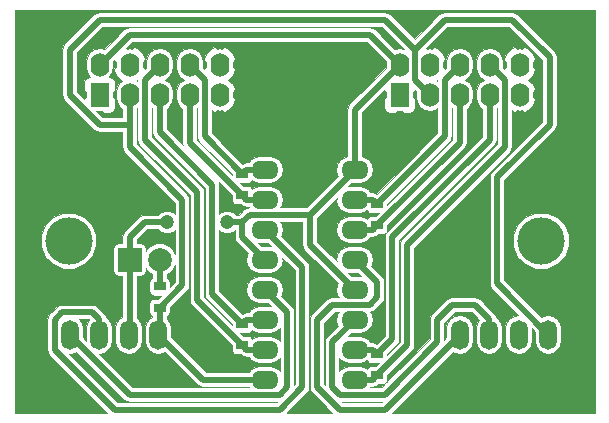
<source format=gbr>
G04 #@! TF.FileFunction,Copper,L2,Bot,Signal*
%FSLAX46Y46*%
G04 Gerber Fmt 4.6, Leading zero omitted, Abs format (unit mm)*
G04 Created by KiCad (PCBNEW 4.0.4-stable) date 12/06/16 22:33:33*
%MOMM*%
%LPD*%
G01*
G04 APERTURE LIST*
%ADD10C,0.100000*%
%ADD11R,2.000000X2.000000*%
%ADD12C,2.000000*%
%ADD13O,1.500000X2.500000*%
%ADD14R,1.000000X0.800000*%
%ADD15O,2.300000X1.600000*%
%ADD16R,1.600000X2.000000*%
%ADD17O,1.600000X2.000000*%
%ADD18C,4.000000*%
%ADD19C,1.200000*%
%ADD20C,0.500000*%
%ADD21C,0.026000*%
G04 APERTURE END LIST*
D10*
D11*
X10160000Y-21590000D03*
D12*
X12700000Y-21590000D03*
D13*
X5080000Y-27940000D03*
X7580000Y-27940000D03*
X10080000Y-27940000D03*
X12580000Y-27940000D03*
X38100000Y-27940000D03*
X40600000Y-27940000D03*
X43100000Y-27940000D03*
X45600000Y-27940000D03*
D14*
X12700000Y-23865000D03*
X12700000Y-25665000D03*
D15*
X21590000Y-13970000D03*
X21590000Y-16510000D03*
X21590000Y-19050000D03*
X21590000Y-21590000D03*
X21590000Y-24130000D03*
X21590000Y-26670000D03*
X21590000Y-29210000D03*
X21590000Y-31750000D03*
X29210000Y-31750000D03*
X29210000Y-29210000D03*
X29210000Y-26670000D03*
X29210000Y-24130000D03*
X29210000Y-21590000D03*
X29210000Y-19050000D03*
X29210000Y-16510000D03*
X29210000Y-13970000D03*
D14*
X19685000Y-14340000D03*
X19685000Y-16140000D03*
X19685000Y-28840000D03*
X19685000Y-27040000D03*
X31115000Y-31380000D03*
X31115000Y-29580000D03*
X31115000Y-16880000D03*
X31115000Y-18680000D03*
D16*
X7620000Y-7620000D03*
D17*
X7620000Y-5080000D03*
X10160000Y-7620000D03*
X10160000Y-5080000D03*
X12700000Y-7620000D03*
X12700000Y-5080000D03*
X15240000Y-7620000D03*
X15240000Y-5080000D03*
X17780000Y-7620000D03*
X17780000Y-5080000D03*
D16*
X33020000Y-7620000D03*
D17*
X33020000Y-5080000D03*
X35560000Y-7620000D03*
X35560000Y-5080000D03*
X38100000Y-7620000D03*
X38100000Y-5080000D03*
X40640000Y-7620000D03*
X40640000Y-5080000D03*
X43180000Y-7620000D03*
X43180000Y-5080000D03*
D18*
X5000000Y-20000000D03*
X45000000Y-20000000D03*
D19*
X18415000Y-18415000D03*
X13335000Y-18415000D03*
D20*
X33020000Y-5080000D02*
X30480000Y-2540000D01*
X10160000Y-2540000D02*
X7620000Y-5080000D01*
X30480000Y-2540000D02*
X10160000Y-2540000D01*
X33020000Y-5080000D02*
X29210000Y-8890000D01*
X29210000Y-8890000D02*
X29210000Y-13970000D01*
X10160000Y-21590000D02*
X10160000Y-19685000D01*
X11430000Y-18415000D02*
X13335000Y-18415000D01*
X10160000Y-19685000D02*
X11430000Y-18415000D01*
X10160000Y-21590000D02*
X10160000Y-27860000D01*
X10160000Y-27860000D02*
X10080000Y-27940000D01*
X19685000Y-18415000D02*
X18415000Y-18415000D01*
X29210000Y-24130000D02*
X25400000Y-20320000D01*
X25400000Y-17780000D02*
X25400000Y-20320000D01*
X21590000Y-21590000D02*
X19685000Y-19685000D01*
X20320000Y-17780000D02*
X25400000Y-17780000D01*
X19685000Y-18415000D02*
X20320000Y-17780000D01*
X19685000Y-19685000D02*
X19685000Y-18415000D01*
X29210000Y-13970000D02*
X25400000Y-17780000D01*
X12700000Y-21590000D02*
X12700000Y-23865000D01*
X34290000Y-3810000D02*
X34290000Y-6350000D01*
X34290000Y-6350000D02*
X35560000Y-7620000D01*
X10160000Y-10160000D02*
X7620000Y-10160000D01*
X5080000Y-3810000D02*
X7620000Y-1270000D01*
X7620000Y-1270000D02*
X31750000Y-1270000D01*
X5080000Y-7620000D02*
X7620000Y-10160000D01*
X31750000Y-1270000D02*
X34290000Y-3810000D01*
X5080000Y-7620000D02*
X5080000Y-3810000D01*
X10160000Y-7620000D02*
X10160000Y-10160000D01*
X10160000Y-10160000D02*
X10160000Y-12065000D01*
X10160000Y-12065000D02*
X14605000Y-16510000D01*
X14605000Y-16510000D02*
X14605000Y-23760000D01*
X14605000Y-23760000D02*
X12700000Y-25665000D01*
X12700000Y-25665000D02*
X12700000Y-27820000D01*
X12700000Y-27820000D02*
X12580000Y-27940000D01*
X45600000Y-27940000D02*
X41275000Y-23615000D01*
X41275000Y-23615000D02*
X41275000Y-14605000D01*
X41275000Y-14605000D02*
X45720000Y-10160000D01*
X45720000Y-10160000D02*
X45720000Y-4445000D01*
X45720000Y-4445000D02*
X42545000Y-1270000D01*
X42545000Y-1270000D02*
X36830000Y-1270000D01*
X36830000Y-1270000D02*
X34290000Y-3810000D01*
X12580000Y-27940000D02*
X16390000Y-31750000D01*
X16390000Y-31750000D02*
X21590000Y-31750000D01*
X10160000Y-8890000D02*
X10160000Y-7620000D01*
X15240000Y-5080000D02*
X16510000Y-6350000D01*
X16510000Y-11165000D02*
X19685000Y-14340000D01*
X16510000Y-6350000D02*
X16510000Y-11165000D01*
X21590000Y-13970000D02*
X20055000Y-13970000D01*
X20055000Y-13970000D02*
X19685000Y-14340000D01*
X15240000Y-7620000D02*
X15240000Y-11695000D01*
X15240000Y-11695000D02*
X19685000Y-16140000D01*
X21590000Y-16510000D02*
X20055000Y-16510000D01*
X20055000Y-16510000D02*
X19685000Y-16140000D01*
X12700000Y-5080000D02*
X11430000Y-6350000D01*
X15875000Y-25030000D02*
X19685000Y-28840000D01*
X15875000Y-15875000D02*
X15875000Y-25030000D01*
X11430000Y-11430000D02*
X15875000Y-15875000D01*
X11430000Y-6350000D02*
X11430000Y-11430000D01*
X21590000Y-29210000D02*
X20055000Y-29210000D01*
X20055000Y-29210000D02*
X19685000Y-28840000D01*
X12700000Y-7620000D02*
X12700000Y-10795000D01*
X17145000Y-24500000D02*
X19685000Y-27040000D01*
X17145000Y-15240000D02*
X17145000Y-24500000D01*
X12700000Y-10795000D02*
X17145000Y-15240000D01*
X21590000Y-26670000D02*
X20055000Y-26670000D01*
X20055000Y-26670000D02*
X19685000Y-27040000D01*
X40640000Y-5080000D02*
X41910000Y-6350000D01*
X33655000Y-28840000D02*
X31115000Y-31380000D01*
X33655000Y-20320000D02*
X33655000Y-28840000D01*
X41910000Y-12065000D02*
X33655000Y-20320000D01*
X41910000Y-6350000D02*
X41910000Y-12065000D01*
X29210000Y-31750000D02*
X30745000Y-31750000D01*
X30745000Y-31750000D02*
X31115000Y-31380000D01*
X40640000Y-7620000D02*
X40640000Y-11430000D01*
X32385000Y-28310000D02*
X31115000Y-29580000D01*
X32385000Y-19685000D02*
X32385000Y-28310000D01*
X40640000Y-11430000D02*
X32385000Y-19685000D01*
X29210000Y-29210000D02*
X30745000Y-29210000D01*
X30745000Y-29210000D02*
X31115000Y-29580000D01*
X38100000Y-5080000D02*
X36830000Y-6350000D01*
X36830000Y-11165000D02*
X31115000Y-16880000D01*
X36830000Y-6350000D02*
X36830000Y-11165000D01*
X29210000Y-16510000D02*
X30745000Y-16510000D01*
X30745000Y-16510000D02*
X31115000Y-16880000D01*
X38100000Y-7620000D02*
X38100000Y-11695000D01*
X38100000Y-11695000D02*
X31115000Y-18680000D01*
X29210000Y-19050000D02*
X30745000Y-19050000D01*
X30745000Y-19050000D02*
X31115000Y-18680000D01*
X23495000Y-32385000D02*
X22860000Y-33020000D01*
X10160000Y-33020000D02*
X5080000Y-27940000D01*
X22860000Y-33020000D02*
X10160000Y-33020000D01*
X21590000Y-24130000D02*
X23495000Y-26035000D01*
X23495000Y-26035000D02*
X23495000Y-32385000D01*
X21590000Y-19050000D02*
X24765000Y-22225000D01*
X24765000Y-22225000D02*
X24765000Y-24765000D01*
X24765000Y-32385000D02*
X22860000Y-34290000D01*
X24765000Y-24765000D02*
X24765000Y-32385000D01*
X22860000Y-34290000D02*
X8890000Y-34290000D01*
X8890000Y-34290000D02*
X3810000Y-29210000D01*
X3810000Y-29210000D02*
X3810000Y-26670000D01*
X3810000Y-26670000D02*
X4445000Y-26035000D01*
X4445000Y-26035000D02*
X6985000Y-26035000D01*
X6985000Y-26035000D02*
X7580000Y-26630000D01*
X7580000Y-26630000D02*
X7580000Y-27940000D01*
X29210000Y-21590000D02*
X31115000Y-23495000D01*
X31115000Y-23495000D02*
X31115000Y-24765000D01*
X31115000Y-24765000D02*
X30480000Y-25400000D01*
X30480000Y-25400000D02*
X27305000Y-25400000D01*
X27305000Y-25400000D02*
X26035000Y-26670000D01*
X26035000Y-32385000D02*
X27940000Y-34290000D01*
X26035000Y-26670000D02*
X26035000Y-32385000D01*
X31750000Y-34290000D02*
X38100000Y-27940000D01*
X31750000Y-34290000D02*
X27940000Y-34290000D01*
X27305000Y-32385000D02*
X27940000Y-33020000D01*
X27305000Y-28575000D02*
X27305000Y-32385000D01*
X29210000Y-26670000D02*
X27305000Y-28575000D01*
X40600000Y-26630000D02*
X40600000Y-27940000D01*
X39370000Y-25400000D02*
X40600000Y-26630000D01*
X37465000Y-25400000D02*
X39370000Y-25400000D01*
X36195000Y-26670000D02*
X37465000Y-25400000D01*
X36195000Y-28575000D02*
X36195000Y-26670000D01*
X31750000Y-33020000D02*
X36195000Y-28575000D01*
X27940000Y-33020000D02*
X31750000Y-33020000D01*
D21*
G36*
X49562000Y-34562000D02*
X32344912Y-34562000D01*
X37513995Y-29392918D01*
X37674073Y-29499879D01*
X38100000Y-29584601D01*
X38525927Y-29499879D01*
X38887010Y-29258611D01*
X39128278Y-28897528D01*
X39213000Y-28471601D01*
X39213000Y-27408399D01*
X39128278Y-26982472D01*
X38887010Y-26621389D01*
X38525927Y-26380121D01*
X38100000Y-26295399D01*
X37674073Y-26380121D01*
X37312990Y-26621389D01*
X37071722Y-26982472D01*
X36987000Y-27408399D01*
X36987000Y-28186087D01*
X36808000Y-28365087D01*
X36808000Y-26923912D01*
X37718913Y-26013000D01*
X39116088Y-26013000D01*
X39777536Y-26674449D01*
X39571722Y-26982472D01*
X39487000Y-27408399D01*
X39487000Y-28471601D01*
X39571722Y-28897528D01*
X39812990Y-29258611D01*
X40174073Y-29499879D01*
X40600000Y-29584601D01*
X41025927Y-29499879D01*
X41387010Y-29258611D01*
X41628278Y-28897528D01*
X41713000Y-28471601D01*
X41713000Y-27408399D01*
X41628278Y-26982472D01*
X41387010Y-26621389D01*
X41184352Y-26485977D01*
X41166338Y-26395415D01*
X41101948Y-26299049D01*
X41033457Y-26196544D01*
X39803456Y-24966544D01*
X39604585Y-24833662D01*
X39370000Y-24787000D01*
X37465000Y-24787000D01*
X37230415Y-24833662D01*
X37031543Y-24966544D01*
X35761545Y-26236543D01*
X35761544Y-26236544D01*
X35628662Y-26435415D01*
X35582000Y-26670000D01*
X35582000Y-28321087D01*
X31906026Y-31997061D01*
X31955951Y-31923994D01*
X31985111Y-31780000D01*
X31985111Y-31376801D01*
X34088456Y-29273457D01*
X34221338Y-29074585D01*
X34229012Y-29036006D01*
X34268000Y-28840000D01*
X34268000Y-20573912D01*
X42343456Y-12498456D01*
X42476338Y-12299585D01*
X42483946Y-12261338D01*
X42523000Y-12065000D01*
X42523000Y-8953350D01*
X42738785Y-9065139D01*
X42939000Y-8986107D01*
X42939000Y-8961765D01*
X43180000Y-9009703D01*
X43421000Y-8961765D01*
X43421000Y-8986107D01*
X43621215Y-9065139D01*
X43921095Y-8909784D01*
X44281725Y-8543224D01*
X44474627Y-8066560D01*
X44367008Y-7861000D01*
X44340156Y-7861000D01*
X44343000Y-7846703D01*
X44343000Y-7393297D01*
X44340156Y-7379000D01*
X44367008Y-7379000D01*
X44474627Y-7173440D01*
X44281725Y-6696776D01*
X43940559Y-6350000D01*
X44281725Y-6003224D01*
X44474627Y-5526560D01*
X44367008Y-5321000D01*
X44340156Y-5321000D01*
X44343000Y-5306703D01*
X44343000Y-4853297D01*
X44340156Y-4839000D01*
X44367008Y-4839000D01*
X44474627Y-4633440D01*
X44281725Y-4156776D01*
X43921095Y-3790216D01*
X43621215Y-3634861D01*
X43421000Y-3713893D01*
X43421000Y-3738235D01*
X43180000Y-3690297D01*
X42939000Y-3738235D01*
X42939000Y-3713893D01*
X42738785Y-3634861D01*
X42438905Y-3790216D01*
X42078275Y-4156776D01*
X41885373Y-4633440D01*
X41992992Y-4839000D01*
X42019844Y-4839000D01*
X42017000Y-4853297D01*
X42017000Y-5306703D01*
X42019844Y-5321000D01*
X41992992Y-5321000D01*
X41908774Y-5481862D01*
X41791488Y-5364576D01*
X41803000Y-5306703D01*
X41803000Y-4853297D01*
X41714472Y-4408236D01*
X41462365Y-4030932D01*
X41085061Y-3778825D01*
X40640000Y-3690297D01*
X40194939Y-3778825D01*
X39817635Y-4030932D01*
X39565528Y-4408236D01*
X39477000Y-4853297D01*
X39477000Y-5306703D01*
X39565528Y-5751764D01*
X39817635Y-6129068D01*
X40148282Y-6350000D01*
X39817635Y-6570932D01*
X39565528Y-6948236D01*
X39477000Y-7393297D01*
X39477000Y-7846703D01*
X39565528Y-8291764D01*
X39817635Y-8669068D01*
X40027000Y-8808962D01*
X40027000Y-11176088D01*
X31951544Y-19251544D01*
X31818662Y-19450415D01*
X31772000Y-19685000D01*
X31772000Y-28056087D01*
X31102378Y-28725710D01*
X30979585Y-28643662D01*
X30745000Y-28597000D01*
X30551900Y-28597000D01*
X30412006Y-28387635D01*
X30034702Y-28135528D01*
X29589641Y-28047000D01*
X28830359Y-28047000D01*
X28667522Y-28079390D01*
X28913913Y-27833000D01*
X29589641Y-27833000D01*
X30034702Y-27744472D01*
X30412006Y-27492365D01*
X30664113Y-27115061D01*
X30752641Y-26670000D01*
X30664113Y-26224939D01*
X30517514Y-26005538D01*
X30714585Y-25966338D01*
X30913456Y-25833456D01*
X31548457Y-25198456D01*
X31681338Y-24999585D01*
X31728000Y-24765000D01*
X31728000Y-23495000D01*
X31681338Y-23260415D01*
X31570737Y-23094889D01*
X31548457Y-23061544D01*
X30607180Y-22120267D01*
X30664113Y-22035061D01*
X30752641Y-21590000D01*
X30664113Y-21144939D01*
X30412006Y-20767635D01*
X30034702Y-20515528D01*
X29589641Y-20427000D01*
X28830359Y-20427000D01*
X28385298Y-20515528D01*
X28007994Y-20767635D01*
X27755887Y-21144939D01*
X27667359Y-21590000D01*
X27699749Y-21752837D01*
X26013000Y-20066088D01*
X26013000Y-18033912D01*
X27699749Y-16347163D01*
X27667359Y-16510000D01*
X27755887Y-16955061D01*
X28007994Y-17332365D01*
X28385298Y-17584472D01*
X28830359Y-17673000D01*
X29589641Y-17673000D01*
X30034702Y-17584472D01*
X30275869Y-17423329D01*
X30349702Y-17538068D01*
X30471006Y-17620951D01*
X30615000Y-17650111D01*
X31277977Y-17650111D01*
X31018199Y-17909889D01*
X30615000Y-17909889D01*
X30480480Y-17935201D01*
X30356932Y-18014702D01*
X30274308Y-18135628D01*
X30034702Y-17975528D01*
X29589641Y-17887000D01*
X28830359Y-17887000D01*
X28385298Y-17975528D01*
X28007994Y-18227635D01*
X27755887Y-18604939D01*
X27667359Y-19050000D01*
X27755887Y-19495061D01*
X28007994Y-19872365D01*
X28385298Y-20124472D01*
X28830359Y-20213000D01*
X29589641Y-20213000D01*
X30034702Y-20124472D01*
X30412006Y-19872365D01*
X30551900Y-19663000D01*
X30745000Y-19663000D01*
X30979585Y-19616338D01*
X31178456Y-19483456D01*
X31211801Y-19450111D01*
X31615000Y-19450111D01*
X31749520Y-19424799D01*
X31873068Y-19345298D01*
X31955951Y-19223994D01*
X31985111Y-19080000D01*
X31985111Y-18676801D01*
X38533457Y-12128456D01*
X38666338Y-11929585D01*
X38713000Y-11695000D01*
X38713000Y-8808962D01*
X38922365Y-8669068D01*
X39174472Y-8291764D01*
X39263000Y-7846703D01*
X39263000Y-7393297D01*
X39174472Y-6948236D01*
X38922365Y-6570932D01*
X38591718Y-6350000D01*
X38922365Y-6129068D01*
X39174472Y-5751764D01*
X39263000Y-5306703D01*
X39263000Y-4853297D01*
X39174472Y-4408236D01*
X38922365Y-4030932D01*
X38545061Y-3778825D01*
X38100000Y-3690297D01*
X37654939Y-3778825D01*
X37277635Y-4030932D01*
X37025528Y-4408236D01*
X36937000Y-4853297D01*
X36937000Y-5306703D01*
X36948512Y-5364576D01*
X36831226Y-5481862D01*
X36747008Y-5321000D01*
X36720156Y-5321000D01*
X36723000Y-5306703D01*
X36723000Y-4853297D01*
X36720156Y-4839000D01*
X36747008Y-4839000D01*
X36854627Y-4633440D01*
X36661725Y-4156776D01*
X36301095Y-3790216D01*
X36001215Y-3634861D01*
X35801000Y-3713893D01*
X35801000Y-3738235D01*
X35560000Y-3690297D01*
X35319000Y-3738235D01*
X35319000Y-3713893D01*
X35271693Y-3695219D01*
X37083913Y-1883000D01*
X42291088Y-1883000D01*
X45107000Y-4698912D01*
X45107000Y-9906087D01*
X40841544Y-14171544D01*
X40708662Y-14370415D01*
X40662000Y-14605000D01*
X40662000Y-23615000D01*
X40708662Y-23849585D01*
X40841544Y-24048456D01*
X43090397Y-26297309D01*
X42674073Y-26380121D01*
X42312990Y-26621389D01*
X42071722Y-26982472D01*
X41987000Y-27408399D01*
X41987000Y-28471601D01*
X42071722Y-28897528D01*
X42312990Y-29258611D01*
X42674073Y-29499879D01*
X43100000Y-29584601D01*
X43525927Y-29499879D01*
X43887010Y-29258611D01*
X44128278Y-28897528D01*
X44213000Y-28471601D01*
X44213000Y-27419913D01*
X44487000Y-27693913D01*
X44487000Y-28471601D01*
X44571722Y-28897528D01*
X44812990Y-29258611D01*
X45174073Y-29499879D01*
X45600000Y-29584601D01*
X46025927Y-29499879D01*
X46387010Y-29258611D01*
X46628278Y-28897528D01*
X46713000Y-28471601D01*
X46713000Y-27408399D01*
X46628278Y-26982472D01*
X46387010Y-26621389D01*
X46025927Y-26380121D01*
X45600000Y-26295399D01*
X45174073Y-26380121D01*
X45013995Y-26487082D01*
X41888000Y-23361088D01*
X41888000Y-20467968D01*
X42636591Y-20467968D01*
X42995578Y-21336783D01*
X43659720Y-22002086D01*
X44527908Y-22362589D01*
X45467968Y-22363409D01*
X46336783Y-22004422D01*
X47002086Y-21340280D01*
X47362589Y-20472092D01*
X47363409Y-19532032D01*
X47004422Y-18663217D01*
X46340280Y-17997914D01*
X45472092Y-17637411D01*
X44532032Y-17636591D01*
X43663217Y-17995578D01*
X42997914Y-18659720D01*
X42637411Y-19527908D01*
X42636591Y-20467968D01*
X41888000Y-20467968D01*
X41888000Y-14858912D01*
X46153456Y-10593457D01*
X46286338Y-10394585D01*
X46319342Y-10228662D01*
X46333000Y-10160000D01*
X46333000Y-4445000D01*
X46286338Y-4210415D01*
X46153456Y-4011544D01*
X42978456Y-836544D01*
X42779585Y-703662D01*
X42545000Y-657000D01*
X36830000Y-657000D01*
X36595415Y-703662D01*
X36396543Y-836544D01*
X34290000Y-2943087D01*
X32183456Y-836544D01*
X31984585Y-703662D01*
X31750000Y-657000D01*
X7620000Y-657000D01*
X7385415Y-703662D01*
X7186543Y-836544D01*
X4646545Y-3376543D01*
X4646544Y-3376544D01*
X4513662Y-3575415D01*
X4467000Y-3810000D01*
X4467000Y-7620000D01*
X4512094Y-7846703D01*
X4513662Y-7854585D01*
X4646544Y-8053456D01*
X7186543Y-10593456D01*
X7385415Y-10726338D01*
X7620000Y-10773000D01*
X9547000Y-10773000D01*
X9547000Y-12065000D01*
X9586054Y-12261338D01*
X9593662Y-12299585D01*
X9726544Y-12498456D01*
X13992000Y-16763913D01*
X13992000Y-17710071D01*
X13881208Y-17599085D01*
X13527393Y-17452168D01*
X13144288Y-17451833D01*
X12790217Y-17598133D01*
X12585994Y-17802000D01*
X11430000Y-17802000D01*
X11195415Y-17848662D01*
X10996543Y-17981544D01*
X9726544Y-19251544D01*
X9593662Y-19450415D01*
X9547000Y-19685000D01*
X9547000Y-20219889D01*
X9160000Y-20219889D01*
X9025480Y-20245201D01*
X8901932Y-20324702D01*
X8819049Y-20446006D01*
X8789889Y-20590000D01*
X8789889Y-22590000D01*
X8815201Y-22724520D01*
X8894702Y-22848068D01*
X9016006Y-22930951D01*
X9160000Y-22960111D01*
X9547000Y-22960111D01*
X9547000Y-26451665D01*
X9292990Y-26621389D01*
X9051722Y-26982472D01*
X8967000Y-27408399D01*
X8967000Y-28471601D01*
X9051722Y-28897528D01*
X9292990Y-29258611D01*
X9654073Y-29499879D01*
X10080000Y-29584601D01*
X10505927Y-29499879D01*
X10867010Y-29258611D01*
X11108278Y-28897528D01*
X11193000Y-28471601D01*
X11193000Y-27408399D01*
X11108278Y-26982472D01*
X10867010Y-26621389D01*
X10773000Y-26558574D01*
X10773000Y-22960111D01*
X11160000Y-22960111D01*
X11294520Y-22934799D01*
X11418068Y-22855298D01*
X11500951Y-22733994D01*
X11530111Y-22590000D01*
X11530111Y-22327864D01*
X11543831Y-22361069D01*
X11926914Y-22744822D01*
X12087000Y-22811295D01*
X12087000Y-23116152D01*
X12065480Y-23120201D01*
X11941932Y-23199702D01*
X11859049Y-23321006D01*
X11829889Y-23465000D01*
X11829889Y-24265000D01*
X11855201Y-24399520D01*
X11934702Y-24523068D01*
X12056006Y-24605951D01*
X12200000Y-24635111D01*
X12862977Y-24635111D01*
X12603199Y-24894889D01*
X12200000Y-24894889D01*
X12065480Y-24920201D01*
X11941932Y-24999702D01*
X11859049Y-25121006D01*
X11829889Y-25265000D01*
X11829889Y-26065000D01*
X11855201Y-26199520D01*
X11934702Y-26323068D01*
X12056006Y-26405951D01*
X12087000Y-26412228D01*
X12087000Y-26424938D01*
X11792990Y-26621389D01*
X11551722Y-26982472D01*
X11467000Y-27408399D01*
X11467000Y-28471601D01*
X11551722Y-28897528D01*
X11792990Y-29258611D01*
X12154073Y-29499879D01*
X12580000Y-29584601D01*
X13005927Y-29499879D01*
X13166006Y-29392918D01*
X15956544Y-32183457D01*
X16155415Y-32316338D01*
X16390000Y-32363000D01*
X20248100Y-32363000D01*
X20277500Y-32407000D01*
X10413913Y-32407000D01*
X7589603Y-29582691D01*
X8005927Y-29499879D01*
X8367010Y-29258611D01*
X8608278Y-28897528D01*
X8693000Y-28471601D01*
X8693000Y-27408399D01*
X8608278Y-26982472D01*
X8367010Y-26621389D01*
X8164352Y-26485977D01*
X8146338Y-26395415D01*
X8062261Y-26269585D01*
X8013456Y-26196543D01*
X7418456Y-25601544D01*
X7219585Y-25468662D01*
X6985000Y-25422000D01*
X4445000Y-25422000D01*
X4210415Y-25468662D01*
X4011544Y-25601543D01*
X3376545Y-26236543D01*
X3376544Y-26236544D01*
X3243662Y-26435415D01*
X3197000Y-26670000D01*
X3197000Y-29210000D01*
X3223936Y-29345415D01*
X3243662Y-29444585D01*
X3376544Y-29643456D01*
X8295087Y-34562000D01*
X438000Y-34562000D01*
X438000Y-20467968D01*
X2636591Y-20467968D01*
X2995578Y-21336783D01*
X3659720Y-22002086D01*
X4527908Y-22362589D01*
X5467968Y-22363409D01*
X6336783Y-22004422D01*
X7002086Y-21340280D01*
X7362589Y-20472092D01*
X7363409Y-19532032D01*
X7004422Y-18663217D01*
X6340280Y-17997914D01*
X5472092Y-17637411D01*
X4532032Y-17636591D01*
X3663217Y-17995578D01*
X2997914Y-18659720D01*
X2637411Y-19527908D01*
X2636591Y-20467968D01*
X438000Y-20467968D01*
X438000Y-438000D01*
X49562000Y-438000D01*
X49562000Y-34562000D01*
X49562000Y-34562000D01*
G37*
X49562000Y-34562000D02*
X32344912Y-34562000D01*
X37513995Y-29392918D01*
X37674073Y-29499879D01*
X38100000Y-29584601D01*
X38525927Y-29499879D01*
X38887010Y-29258611D01*
X39128278Y-28897528D01*
X39213000Y-28471601D01*
X39213000Y-27408399D01*
X39128278Y-26982472D01*
X38887010Y-26621389D01*
X38525927Y-26380121D01*
X38100000Y-26295399D01*
X37674073Y-26380121D01*
X37312990Y-26621389D01*
X37071722Y-26982472D01*
X36987000Y-27408399D01*
X36987000Y-28186087D01*
X36808000Y-28365087D01*
X36808000Y-26923912D01*
X37718913Y-26013000D01*
X39116088Y-26013000D01*
X39777536Y-26674449D01*
X39571722Y-26982472D01*
X39487000Y-27408399D01*
X39487000Y-28471601D01*
X39571722Y-28897528D01*
X39812990Y-29258611D01*
X40174073Y-29499879D01*
X40600000Y-29584601D01*
X41025927Y-29499879D01*
X41387010Y-29258611D01*
X41628278Y-28897528D01*
X41713000Y-28471601D01*
X41713000Y-27408399D01*
X41628278Y-26982472D01*
X41387010Y-26621389D01*
X41184352Y-26485977D01*
X41166338Y-26395415D01*
X41101948Y-26299049D01*
X41033457Y-26196544D01*
X39803456Y-24966544D01*
X39604585Y-24833662D01*
X39370000Y-24787000D01*
X37465000Y-24787000D01*
X37230415Y-24833662D01*
X37031543Y-24966544D01*
X35761545Y-26236543D01*
X35761544Y-26236544D01*
X35628662Y-26435415D01*
X35582000Y-26670000D01*
X35582000Y-28321087D01*
X31906026Y-31997061D01*
X31955951Y-31923994D01*
X31985111Y-31780000D01*
X31985111Y-31376801D01*
X34088456Y-29273457D01*
X34221338Y-29074585D01*
X34229012Y-29036006D01*
X34268000Y-28840000D01*
X34268000Y-20573912D01*
X42343456Y-12498456D01*
X42476338Y-12299585D01*
X42483946Y-12261338D01*
X42523000Y-12065000D01*
X42523000Y-8953350D01*
X42738785Y-9065139D01*
X42939000Y-8986107D01*
X42939000Y-8961765D01*
X43180000Y-9009703D01*
X43421000Y-8961765D01*
X43421000Y-8986107D01*
X43621215Y-9065139D01*
X43921095Y-8909784D01*
X44281725Y-8543224D01*
X44474627Y-8066560D01*
X44367008Y-7861000D01*
X44340156Y-7861000D01*
X44343000Y-7846703D01*
X44343000Y-7393297D01*
X44340156Y-7379000D01*
X44367008Y-7379000D01*
X44474627Y-7173440D01*
X44281725Y-6696776D01*
X43940559Y-6350000D01*
X44281725Y-6003224D01*
X44474627Y-5526560D01*
X44367008Y-5321000D01*
X44340156Y-5321000D01*
X44343000Y-5306703D01*
X44343000Y-4853297D01*
X44340156Y-4839000D01*
X44367008Y-4839000D01*
X44474627Y-4633440D01*
X44281725Y-4156776D01*
X43921095Y-3790216D01*
X43621215Y-3634861D01*
X43421000Y-3713893D01*
X43421000Y-3738235D01*
X43180000Y-3690297D01*
X42939000Y-3738235D01*
X42939000Y-3713893D01*
X42738785Y-3634861D01*
X42438905Y-3790216D01*
X42078275Y-4156776D01*
X41885373Y-4633440D01*
X41992992Y-4839000D01*
X42019844Y-4839000D01*
X42017000Y-4853297D01*
X42017000Y-5306703D01*
X42019844Y-5321000D01*
X41992992Y-5321000D01*
X41908774Y-5481862D01*
X41791488Y-5364576D01*
X41803000Y-5306703D01*
X41803000Y-4853297D01*
X41714472Y-4408236D01*
X41462365Y-4030932D01*
X41085061Y-3778825D01*
X40640000Y-3690297D01*
X40194939Y-3778825D01*
X39817635Y-4030932D01*
X39565528Y-4408236D01*
X39477000Y-4853297D01*
X39477000Y-5306703D01*
X39565528Y-5751764D01*
X39817635Y-6129068D01*
X40148282Y-6350000D01*
X39817635Y-6570932D01*
X39565528Y-6948236D01*
X39477000Y-7393297D01*
X39477000Y-7846703D01*
X39565528Y-8291764D01*
X39817635Y-8669068D01*
X40027000Y-8808962D01*
X40027000Y-11176088D01*
X31951544Y-19251544D01*
X31818662Y-19450415D01*
X31772000Y-19685000D01*
X31772000Y-28056087D01*
X31102378Y-28725710D01*
X30979585Y-28643662D01*
X30745000Y-28597000D01*
X30551900Y-28597000D01*
X30412006Y-28387635D01*
X30034702Y-28135528D01*
X29589641Y-28047000D01*
X28830359Y-28047000D01*
X28667522Y-28079390D01*
X28913913Y-27833000D01*
X29589641Y-27833000D01*
X30034702Y-27744472D01*
X30412006Y-27492365D01*
X30664113Y-27115061D01*
X30752641Y-26670000D01*
X30664113Y-26224939D01*
X30517514Y-26005538D01*
X30714585Y-25966338D01*
X30913456Y-25833456D01*
X31548457Y-25198456D01*
X31681338Y-24999585D01*
X31728000Y-24765000D01*
X31728000Y-23495000D01*
X31681338Y-23260415D01*
X31570737Y-23094889D01*
X31548457Y-23061544D01*
X30607180Y-22120267D01*
X30664113Y-22035061D01*
X30752641Y-21590000D01*
X30664113Y-21144939D01*
X30412006Y-20767635D01*
X30034702Y-20515528D01*
X29589641Y-20427000D01*
X28830359Y-20427000D01*
X28385298Y-20515528D01*
X28007994Y-20767635D01*
X27755887Y-21144939D01*
X27667359Y-21590000D01*
X27699749Y-21752837D01*
X26013000Y-20066088D01*
X26013000Y-18033912D01*
X27699749Y-16347163D01*
X27667359Y-16510000D01*
X27755887Y-16955061D01*
X28007994Y-17332365D01*
X28385298Y-17584472D01*
X28830359Y-17673000D01*
X29589641Y-17673000D01*
X30034702Y-17584472D01*
X30275869Y-17423329D01*
X30349702Y-17538068D01*
X30471006Y-17620951D01*
X30615000Y-17650111D01*
X31277977Y-17650111D01*
X31018199Y-17909889D01*
X30615000Y-17909889D01*
X30480480Y-17935201D01*
X30356932Y-18014702D01*
X30274308Y-18135628D01*
X30034702Y-17975528D01*
X29589641Y-17887000D01*
X28830359Y-17887000D01*
X28385298Y-17975528D01*
X28007994Y-18227635D01*
X27755887Y-18604939D01*
X27667359Y-19050000D01*
X27755887Y-19495061D01*
X28007994Y-19872365D01*
X28385298Y-20124472D01*
X28830359Y-20213000D01*
X29589641Y-20213000D01*
X30034702Y-20124472D01*
X30412006Y-19872365D01*
X30551900Y-19663000D01*
X30745000Y-19663000D01*
X30979585Y-19616338D01*
X31178456Y-19483456D01*
X31211801Y-19450111D01*
X31615000Y-19450111D01*
X31749520Y-19424799D01*
X31873068Y-19345298D01*
X31955951Y-19223994D01*
X31985111Y-19080000D01*
X31985111Y-18676801D01*
X38533457Y-12128456D01*
X38666338Y-11929585D01*
X38713000Y-11695000D01*
X38713000Y-8808962D01*
X38922365Y-8669068D01*
X39174472Y-8291764D01*
X39263000Y-7846703D01*
X39263000Y-7393297D01*
X39174472Y-6948236D01*
X38922365Y-6570932D01*
X38591718Y-6350000D01*
X38922365Y-6129068D01*
X39174472Y-5751764D01*
X39263000Y-5306703D01*
X39263000Y-4853297D01*
X39174472Y-4408236D01*
X38922365Y-4030932D01*
X38545061Y-3778825D01*
X38100000Y-3690297D01*
X37654939Y-3778825D01*
X37277635Y-4030932D01*
X37025528Y-4408236D01*
X36937000Y-4853297D01*
X36937000Y-5306703D01*
X36948512Y-5364576D01*
X36831226Y-5481862D01*
X36747008Y-5321000D01*
X36720156Y-5321000D01*
X36723000Y-5306703D01*
X36723000Y-4853297D01*
X36720156Y-4839000D01*
X36747008Y-4839000D01*
X36854627Y-4633440D01*
X36661725Y-4156776D01*
X36301095Y-3790216D01*
X36001215Y-3634861D01*
X35801000Y-3713893D01*
X35801000Y-3738235D01*
X35560000Y-3690297D01*
X35319000Y-3738235D01*
X35319000Y-3713893D01*
X35271693Y-3695219D01*
X37083913Y-1883000D01*
X42291088Y-1883000D01*
X45107000Y-4698912D01*
X45107000Y-9906087D01*
X40841544Y-14171544D01*
X40708662Y-14370415D01*
X40662000Y-14605000D01*
X40662000Y-23615000D01*
X40708662Y-23849585D01*
X40841544Y-24048456D01*
X43090397Y-26297309D01*
X42674073Y-26380121D01*
X42312990Y-26621389D01*
X42071722Y-26982472D01*
X41987000Y-27408399D01*
X41987000Y-28471601D01*
X42071722Y-28897528D01*
X42312990Y-29258611D01*
X42674073Y-29499879D01*
X43100000Y-29584601D01*
X43525927Y-29499879D01*
X43887010Y-29258611D01*
X44128278Y-28897528D01*
X44213000Y-28471601D01*
X44213000Y-27419913D01*
X44487000Y-27693913D01*
X44487000Y-28471601D01*
X44571722Y-28897528D01*
X44812990Y-29258611D01*
X45174073Y-29499879D01*
X45600000Y-29584601D01*
X46025927Y-29499879D01*
X46387010Y-29258611D01*
X46628278Y-28897528D01*
X46713000Y-28471601D01*
X46713000Y-27408399D01*
X46628278Y-26982472D01*
X46387010Y-26621389D01*
X46025927Y-26380121D01*
X45600000Y-26295399D01*
X45174073Y-26380121D01*
X45013995Y-26487082D01*
X41888000Y-23361088D01*
X41888000Y-20467968D01*
X42636591Y-20467968D01*
X42995578Y-21336783D01*
X43659720Y-22002086D01*
X44527908Y-22362589D01*
X45467968Y-22363409D01*
X46336783Y-22004422D01*
X47002086Y-21340280D01*
X47362589Y-20472092D01*
X47363409Y-19532032D01*
X47004422Y-18663217D01*
X46340280Y-17997914D01*
X45472092Y-17637411D01*
X44532032Y-17636591D01*
X43663217Y-17995578D01*
X42997914Y-18659720D01*
X42637411Y-19527908D01*
X42636591Y-20467968D01*
X41888000Y-20467968D01*
X41888000Y-14858912D01*
X46153456Y-10593457D01*
X46286338Y-10394585D01*
X46319342Y-10228662D01*
X46333000Y-10160000D01*
X46333000Y-4445000D01*
X46286338Y-4210415D01*
X46153456Y-4011544D01*
X42978456Y-836544D01*
X42779585Y-703662D01*
X42545000Y-657000D01*
X36830000Y-657000D01*
X36595415Y-703662D01*
X36396543Y-836544D01*
X34290000Y-2943087D01*
X32183456Y-836544D01*
X31984585Y-703662D01*
X31750000Y-657000D01*
X7620000Y-657000D01*
X7385415Y-703662D01*
X7186543Y-836544D01*
X4646545Y-3376543D01*
X4646544Y-3376544D01*
X4513662Y-3575415D01*
X4467000Y-3810000D01*
X4467000Y-7620000D01*
X4512094Y-7846703D01*
X4513662Y-7854585D01*
X4646544Y-8053456D01*
X7186543Y-10593456D01*
X7385415Y-10726338D01*
X7620000Y-10773000D01*
X9547000Y-10773000D01*
X9547000Y-12065000D01*
X9586054Y-12261338D01*
X9593662Y-12299585D01*
X9726544Y-12498456D01*
X13992000Y-16763913D01*
X13992000Y-17710071D01*
X13881208Y-17599085D01*
X13527393Y-17452168D01*
X13144288Y-17451833D01*
X12790217Y-17598133D01*
X12585994Y-17802000D01*
X11430000Y-17802000D01*
X11195415Y-17848662D01*
X10996543Y-17981544D01*
X9726544Y-19251544D01*
X9593662Y-19450415D01*
X9547000Y-19685000D01*
X9547000Y-20219889D01*
X9160000Y-20219889D01*
X9025480Y-20245201D01*
X8901932Y-20324702D01*
X8819049Y-20446006D01*
X8789889Y-20590000D01*
X8789889Y-22590000D01*
X8815201Y-22724520D01*
X8894702Y-22848068D01*
X9016006Y-22930951D01*
X9160000Y-22960111D01*
X9547000Y-22960111D01*
X9547000Y-26451665D01*
X9292990Y-26621389D01*
X9051722Y-26982472D01*
X8967000Y-27408399D01*
X8967000Y-28471601D01*
X9051722Y-28897528D01*
X9292990Y-29258611D01*
X9654073Y-29499879D01*
X10080000Y-29584601D01*
X10505927Y-29499879D01*
X10867010Y-29258611D01*
X11108278Y-28897528D01*
X11193000Y-28471601D01*
X11193000Y-27408399D01*
X11108278Y-26982472D01*
X10867010Y-26621389D01*
X10773000Y-26558574D01*
X10773000Y-22960111D01*
X11160000Y-22960111D01*
X11294520Y-22934799D01*
X11418068Y-22855298D01*
X11500951Y-22733994D01*
X11530111Y-22590000D01*
X11530111Y-22327864D01*
X11543831Y-22361069D01*
X11926914Y-22744822D01*
X12087000Y-22811295D01*
X12087000Y-23116152D01*
X12065480Y-23120201D01*
X11941932Y-23199702D01*
X11859049Y-23321006D01*
X11829889Y-23465000D01*
X11829889Y-24265000D01*
X11855201Y-24399520D01*
X11934702Y-24523068D01*
X12056006Y-24605951D01*
X12200000Y-24635111D01*
X12862977Y-24635111D01*
X12603199Y-24894889D01*
X12200000Y-24894889D01*
X12065480Y-24920201D01*
X11941932Y-24999702D01*
X11859049Y-25121006D01*
X11829889Y-25265000D01*
X11829889Y-26065000D01*
X11855201Y-26199520D01*
X11934702Y-26323068D01*
X12056006Y-26405951D01*
X12087000Y-26412228D01*
X12087000Y-26424938D01*
X11792990Y-26621389D01*
X11551722Y-26982472D01*
X11467000Y-27408399D01*
X11467000Y-28471601D01*
X11551722Y-28897528D01*
X11792990Y-29258611D01*
X12154073Y-29499879D01*
X12580000Y-29584601D01*
X13005927Y-29499879D01*
X13166006Y-29392918D01*
X15956544Y-32183457D01*
X16155415Y-32316338D01*
X16390000Y-32363000D01*
X20248100Y-32363000D01*
X20277500Y-32407000D01*
X10413913Y-32407000D01*
X7589603Y-29582691D01*
X8005927Y-29499879D01*
X8367010Y-29258611D01*
X8608278Y-28897528D01*
X8693000Y-28471601D01*
X8693000Y-27408399D01*
X8608278Y-26982472D01*
X8367010Y-26621389D01*
X8164352Y-26485977D01*
X8146338Y-26395415D01*
X8062261Y-26269585D01*
X8013456Y-26196543D01*
X7418456Y-25601544D01*
X7219585Y-25468662D01*
X6985000Y-25422000D01*
X4445000Y-25422000D01*
X4210415Y-25468662D01*
X4011544Y-25601543D01*
X3376545Y-26236543D01*
X3376544Y-26236544D01*
X3243662Y-26435415D01*
X3197000Y-26670000D01*
X3197000Y-29210000D01*
X3223936Y-29345415D01*
X3243662Y-29444585D01*
X3376544Y-29643456D01*
X8295087Y-34562000D01*
X438000Y-34562000D01*
X438000Y-20467968D01*
X2636591Y-20467968D01*
X2995578Y-21336783D01*
X3659720Y-22002086D01*
X4527908Y-22362589D01*
X5467968Y-22363409D01*
X6336783Y-22004422D01*
X7002086Y-21340280D01*
X7362589Y-20472092D01*
X7363409Y-19532032D01*
X7004422Y-18663217D01*
X6340280Y-17997914D01*
X5472092Y-17637411D01*
X4532032Y-17636591D01*
X3663217Y-17995578D01*
X2997914Y-18659720D01*
X2637411Y-19527908D01*
X2636591Y-20467968D01*
X438000Y-20467968D01*
X438000Y-438000D01*
X49562000Y-438000D01*
X49562000Y-34562000D01*
G36*
X24787000Y-20320000D02*
X24813949Y-20455480D01*
X24833662Y-20554585D01*
X24966544Y-20753456D01*
X27812820Y-23599733D01*
X27755887Y-23684939D01*
X27667359Y-24130000D01*
X27755887Y-24575061D01*
X27897500Y-24787000D01*
X27305000Y-24787000D01*
X27070415Y-24833662D01*
X26871543Y-24966544D01*
X25601545Y-26236543D01*
X25601544Y-26236544D01*
X25468662Y-26435415D01*
X25422000Y-26670000D01*
X25422000Y-32385000D01*
X25462090Y-32586544D01*
X25468662Y-32619585D01*
X25601544Y-32818456D01*
X27345087Y-34562000D01*
X23454912Y-34562000D01*
X25198457Y-32818456D01*
X25331338Y-32619585D01*
X25337910Y-32586544D01*
X25378000Y-32385000D01*
X25378000Y-22225000D01*
X25331338Y-21990415D01*
X25198456Y-21791544D01*
X22987180Y-19580268D01*
X23044113Y-19495061D01*
X23132641Y-19050000D01*
X23044113Y-18604939D01*
X22902500Y-18393000D01*
X24787000Y-18393000D01*
X24787000Y-20320000D01*
X24787000Y-20320000D01*
G37*
X24787000Y-20320000D02*
X24813949Y-20455480D01*
X24833662Y-20554585D01*
X24966544Y-20753456D01*
X27812820Y-23599733D01*
X27755887Y-23684939D01*
X27667359Y-24130000D01*
X27755887Y-24575061D01*
X27897500Y-24787000D01*
X27305000Y-24787000D01*
X27070415Y-24833662D01*
X26871543Y-24966544D01*
X25601545Y-26236543D01*
X25601544Y-26236544D01*
X25468662Y-26435415D01*
X25422000Y-26670000D01*
X25422000Y-32385000D01*
X25462090Y-32586544D01*
X25468662Y-32619585D01*
X25601544Y-32818456D01*
X27345087Y-34562000D01*
X23454912Y-34562000D01*
X25198457Y-32818456D01*
X25331338Y-32619585D01*
X25337910Y-32586544D01*
X25378000Y-32385000D01*
X25378000Y-22225000D01*
X25331338Y-21990415D01*
X25198456Y-21791544D01*
X22987180Y-19580268D01*
X23044113Y-19495061D01*
X23132641Y-19050000D01*
X23044113Y-18604939D01*
X22902500Y-18393000D01*
X24787000Y-18393000D01*
X24787000Y-20320000D01*
G36*
X9726544Y-33453457D02*
X9925415Y-33586338D01*
X10160000Y-33633000D01*
X22650088Y-33633000D01*
X22606088Y-33677000D01*
X9143913Y-33677000D01*
X5044440Y-29577528D01*
X5080000Y-29584601D01*
X5505927Y-29499879D01*
X5666006Y-29392918D01*
X9726544Y-33453457D01*
X9726544Y-33453457D01*
G37*
X9726544Y-33453457D02*
X9925415Y-33586338D01*
X10160000Y-33633000D01*
X22650088Y-33633000D01*
X22606088Y-33677000D01*
X9143913Y-33677000D01*
X5044440Y-29577528D01*
X5080000Y-29584601D01*
X5505927Y-29499879D01*
X5666006Y-29392918D01*
X9726544Y-33453457D01*
G36*
X31496088Y-33677000D02*
X28193913Y-33677000D01*
X28149913Y-33633000D01*
X31540088Y-33633000D01*
X31496088Y-33677000D01*
X31496088Y-33677000D01*
G37*
X31496088Y-33677000D02*
X28193913Y-33677000D01*
X28149913Y-33633000D01*
X31540088Y-33633000D01*
X31496088Y-33677000D01*
G36*
X31496088Y-32407000D02*
X30522500Y-32407000D01*
X30551900Y-32363000D01*
X30745000Y-32363000D01*
X30979585Y-32316338D01*
X31178456Y-32183456D01*
X31211801Y-32150111D01*
X31615000Y-32150111D01*
X31749520Y-32124799D01*
X31830214Y-32072874D01*
X31496088Y-32407000D01*
X31496088Y-32407000D01*
G37*
X31496088Y-32407000D02*
X30522500Y-32407000D01*
X30551900Y-32363000D01*
X30745000Y-32363000D01*
X30979585Y-32316338D01*
X31178456Y-32183456D01*
X31211801Y-32150111D01*
X31615000Y-32150111D01*
X31749520Y-32124799D01*
X31830214Y-32072874D01*
X31496088Y-32407000D01*
G36*
X27755887Y-26224939D02*
X27667359Y-26670000D01*
X27755887Y-27115061D01*
X27812820Y-27200267D01*
X26871544Y-28141544D01*
X26738662Y-28340415D01*
X26692000Y-28575000D01*
X26692000Y-32175088D01*
X26648000Y-32131088D01*
X26648000Y-26923912D01*
X27558913Y-26013000D01*
X27897500Y-26013000D01*
X27755887Y-26224939D01*
X27755887Y-26224939D01*
G37*
X27755887Y-26224939D02*
X27667359Y-26670000D01*
X27755887Y-27115061D01*
X27812820Y-27200267D01*
X26871544Y-28141544D01*
X26738662Y-28340415D01*
X26692000Y-28575000D01*
X26692000Y-32175088D01*
X26648000Y-32131088D01*
X26648000Y-26923912D01*
X27558913Y-26013000D01*
X27897500Y-26013000D01*
X27755887Y-26224939D01*
G36*
X19072000Y-19685000D02*
X19112090Y-19886544D01*
X19118662Y-19919585D01*
X19251544Y-20118456D01*
X20192820Y-21059733D01*
X20135887Y-21144939D01*
X20047359Y-21590000D01*
X20135887Y-22035061D01*
X20387994Y-22412365D01*
X20765298Y-22664472D01*
X21210359Y-22753000D01*
X21969641Y-22753000D01*
X22414702Y-22664472D01*
X22792006Y-22412365D01*
X23044113Y-22035061D01*
X23132641Y-21590000D01*
X23100251Y-21427163D01*
X24152000Y-22478912D01*
X24152000Y-32131087D01*
X24108000Y-32175087D01*
X24108000Y-26035000D01*
X24061338Y-25800415D01*
X23928457Y-25601544D01*
X22987180Y-24660267D01*
X23044113Y-24575061D01*
X23132641Y-24130000D01*
X23044113Y-23684939D01*
X22792006Y-23307635D01*
X22414702Y-23055528D01*
X21969641Y-22967000D01*
X21210359Y-22967000D01*
X20765298Y-23055528D01*
X20387994Y-23307635D01*
X20135887Y-23684939D01*
X20047359Y-24130000D01*
X20135887Y-24575061D01*
X20387994Y-24952365D01*
X20765298Y-25204472D01*
X21210359Y-25293000D01*
X21886088Y-25293000D01*
X22132478Y-25539390D01*
X21969641Y-25507000D01*
X21210359Y-25507000D01*
X20765298Y-25595528D01*
X20387994Y-25847635D01*
X20248100Y-26057000D01*
X20055000Y-26057000D01*
X19820415Y-26103662D01*
X19697623Y-26185710D01*
X17758000Y-24246088D01*
X17758000Y-19119929D01*
X17868792Y-19230915D01*
X18222607Y-19377832D01*
X18605712Y-19378167D01*
X18959783Y-19231867D01*
X19072000Y-19119846D01*
X19072000Y-19685000D01*
X19072000Y-19685000D01*
G37*
X19072000Y-19685000D02*
X19112090Y-19886544D01*
X19118662Y-19919585D01*
X19251544Y-20118456D01*
X20192820Y-21059733D01*
X20135887Y-21144939D01*
X20047359Y-21590000D01*
X20135887Y-22035061D01*
X20387994Y-22412365D01*
X20765298Y-22664472D01*
X21210359Y-22753000D01*
X21969641Y-22753000D01*
X22414702Y-22664472D01*
X22792006Y-22412365D01*
X23044113Y-22035061D01*
X23132641Y-21590000D01*
X23100251Y-21427163D01*
X24152000Y-22478912D01*
X24152000Y-32131087D01*
X24108000Y-32175087D01*
X24108000Y-26035000D01*
X24061338Y-25800415D01*
X23928457Y-25601544D01*
X22987180Y-24660267D01*
X23044113Y-24575061D01*
X23132641Y-24130000D01*
X23044113Y-23684939D01*
X22792006Y-23307635D01*
X22414702Y-23055528D01*
X21969641Y-22967000D01*
X21210359Y-22967000D01*
X20765298Y-23055528D01*
X20387994Y-23307635D01*
X20135887Y-23684939D01*
X20047359Y-24130000D01*
X20135887Y-24575061D01*
X20387994Y-24952365D01*
X20765298Y-25204472D01*
X21210359Y-25293000D01*
X21886088Y-25293000D01*
X22132478Y-25539390D01*
X21969641Y-25507000D01*
X21210359Y-25507000D01*
X20765298Y-25595528D01*
X20387994Y-25847635D01*
X20248100Y-26057000D01*
X20055000Y-26057000D01*
X19820415Y-26103662D01*
X19697623Y-26185710D01*
X17758000Y-24246088D01*
X17758000Y-19119929D01*
X17868792Y-19230915D01*
X18222607Y-19377832D01*
X18605712Y-19378167D01*
X18959783Y-19231867D01*
X19072000Y-19119846D01*
X19072000Y-19685000D01*
G36*
X10817000Y-11430000D02*
X10830658Y-11498662D01*
X10863662Y-11664585D01*
X10996544Y-11863456D01*
X15262000Y-16128913D01*
X15262000Y-25030000D01*
X15281987Y-25130480D01*
X15308662Y-25264585D01*
X15441544Y-25463456D01*
X18814889Y-28836802D01*
X18814889Y-29240000D01*
X18840201Y-29374520D01*
X18919702Y-29498068D01*
X19041006Y-29580951D01*
X19185000Y-29610111D01*
X19588199Y-29610111D01*
X19621544Y-29643456D01*
X19820415Y-29776338D01*
X20055000Y-29823000D01*
X20248100Y-29823000D01*
X20387994Y-30032365D01*
X20765298Y-30284472D01*
X21210359Y-30373000D01*
X21969641Y-30373000D01*
X22414702Y-30284472D01*
X22792006Y-30032365D01*
X22882000Y-29897680D01*
X22882000Y-31062320D01*
X22792006Y-30927635D01*
X22414702Y-30675528D01*
X21969641Y-30587000D01*
X21210359Y-30587000D01*
X20765298Y-30675528D01*
X20387994Y-30927635D01*
X20248100Y-31137000D01*
X16643913Y-31137000D01*
X13693000Y-28186088D01*
X13693000Y-27408399D01*
X13608278Y-26982472D01*
X13367010Y-26621389D01*
X13313000Y-26585301D01*
X13313000Y-26413848D01*
X13334520Y-26409799D01*
X13458068Y-26330298D01*
X13540951Y-26208994D01*
X13570111Y-26065000D01*
X13570111Y-25661801D01*
X15038457Y-24193456D01*
X15171338Y-23994585D01*
X15183456Y-23933662D01*
X15218000Y-23760000D01*
X15218000Y-16510000D01*
X15171338Y-16275415D01*
X15130771Y-16214702D01*
X15038456Y-16076543D01*
X10773000Y-11811088D01*
X10773000Y-8808962D01*
X10817000Y-8779562D01*
X10817000Y-11430000D01*
X10817000Y-11430000D01*
G37*
X10817000Y-11430000D02*
X10830658Y-11498662D01*
X10863662Y-11664585D01*
X10996544Y-11863456D01*
X15262000Y-16128913D01*
X15262000Y-25030000D01*
X15281987Y-25130480D01*
X15308662Y-25264585D01*
X15441544Y-25463456D01*
X18814889Y-28836802D01*
X18814889Y-29240000D01*
X18840201Y-29374520D01*
X18919702Y-29498068D01*
X19041006Y-29580951D01*
X19185000Y-29610111D01*
X19588199Y-29610111D01*
X19621544Y-29643456D01*
X19820415Y-29776338D01*
X20055000Y-29823000D01*
X20248100Y-29823000D01*
X20387994Y-30032365D01*
X20765298Y-30284472D01*
X21210359Y-30373000D01*
X21969641Y-30373000D01*
X22414702Y-30284472D01*
X22792006Y-30032365D01*
X22882000Y-29897680D01*
X22882000Y-31062320D01*
X22792006Y-30927635D01*
X22414702Y-30675528D01*
X21969641Y-30587000D01*
X21210359Y-30587000D01*
X20765298Y-30675528D01*
X20387994Y-30927635D01*
X20248100Y-31137000D01*
X16643913Y-31137000D01*
X13693000Y-28186088D01*
X13693000Y-27408399D01*
X13608278Y-26982472D01*
X13367010Y-26621389D01*
X13313000Y-26585301D01*
X13313000Y-26413848D01*
X13334520Y-26409799D01*
X13458068Y-26330298D01*
X13540951Y-26208994D01*
X13570111Y-26065000D01*
X13570111Y-25661801D01*
X15038457Y-24193456D01*
X15171338Y-23994585D01*
X15183456Y-23933662D01*
X15218000Y-23760000D01*
X15218000Y-16510000D01*
X15171338Y-16275415D01*
X15130771Y-16214702D01*
X15038456Y-16076543D01*
X10773000Y-11811088D01*
X10773000Y-8808962D01*
X10817000Y-8779562D01*
X10817000Y-11430000D01*
G36*
X28007994Y-30032365D02*
X28385298Y-30284472D01*
X28830359Y-30373000D01*
X29589641Y-30373000D01*
X30034702Y-30284472D01*
X30275869Y-30123329D01*
X30349702Y-30238068D01*
X30471006Y-30320951D01*
X30615000Y-30350111D01*
X31277977Y-30350111D01*
X31018199Y-30609889D01*
X30615000Y-30609889D01*
X30480480Y-30635201D01*
X30356932Y-30714702D01*
X30274308Y-30835628D01*
X30034702Y-30675528D01*
X29589641Y-30587000D01*
X28830359Y-30587000D01*
X28385298Y-30675528D01*
X28007994Y-30927635D01*
X27918000Y-31062320D01*
X27918000Y-29897680D01*
X28007994Y-30032365D01*
X28007994Y-30032365D01*
G37*
X28007994Y-30032365D02*
X28385298Y-30284472D01*
X28830359Y-30373000D01*
X29589641Y-30373000D01*
X30034702Y-30284472D01*
X30275869Y-30123329D01*
X30349702Y-30238068D01*
X30471006Y-30320951D01*
X30615000Y-30350111D01*
X31277977Y-30350111D01*
X31018199Y-30609889D01*
X30615000Y-30609889D01*
X30480480Y-30635201D01*
X30356932Y-30714702D01*
X30274308Y-30835628D01*
X30034702Y-30675528D01*
X29589641Y-30587000D01*
X28830359Y-30587000D01*
X28385298Y-30675528D01*
X28007994Y-30927635D01*
X27918000Y-31062320D01*
X27918000Y-29897680D01*
X28007994Y-30032365D01*
G36*
X41297000Y-11811088D02*
X33221544Y-19886544D01*
X33088662Y-20085415D01*
X33042000Y-20320000D01*
X33042000Y-28586087D01*
X31985111Y-29642976D01*
X31985111Y-29576801D01*
X32818456Y-28743457D01*
X32951338Y-28544585D01*
X32972141Y-28440000D01*
X32998000Y-28310000D01*
X32998000Y-19938912D01*
X41073456Y-11863456D01*
X41206338Y-11664585D01*
X41239342Y-11498662D01*
X41253000Y-11430000D01*
X41253000Y-8808962D01*
X41297000Y-8779562D01*
X41297000Y-11811088D01*
X41297000Y-11811088D01*
G37*
X41297000Y-11811088D02*
X33221544Y-19886544D01*
X33088662Y-20085415D01*
X33042000Y-20320000D01*
X33042000Y-28586087D01*
X31985111Y-29642976D01*
X31985111Y-29576801D01*
X32818456Y-28743457D01*
X32951338Y-28544585D01*
X32972141Y-28440000D01*
X32998000Y-28310000D01*
X32998000Y-19938912D01*
X41073456Y-11863456D01*
X41206338Y-11664585D01*
X41239342Y-11498662D01*
X41253000Y-11430000D01*
X41253000Y-8808962D01*
X41297000Y-8779562D01*
X41297000Y-11811088D01*
G36*
X22882000Y-28522320D02*
X22792006Y-28387635D01*
X22414702Y-28135528D01*
X21969641Y-28047000D01*
X21210359Y-28047000D01*
X20765298Y-28135528D01*
X20524131Y-28296671D01*
X20450298Y-28181932D01*
X20328994Y-28099049D01*
X20185000Y-28069889D01*
X19781802Y-28069889D01*
X19522024Y-27810111D01*
X20185000Y-27810111D01*
X20319520Y-27784799D01*
X20443068Y-27705298D01*
X20525692Y-27584372D01*
X20765298Y-27744472D01*
X21210359Y-27833000D01*
X21969641Y-27833000D01*
X22414702Y-27744472D01*
X22792006Y-27492365D01*
X22882000Y-27357680D01*
X22882000Y-28522320D01*
X22882000Y-28522320D01*
G37*
X22882000Y-28522320D02*
X22792006Y-28387635D01*
X22414702Y-28135528D01*
X21969641Y-28047000D01*
X21210359Y-28047000D01*
X20765298Y-28135528D01*
X20524131Y-28296671D01*
X20450298Y-28181932D01*
X20328994Y-28099049D01*
X20185000Y-28069889D01*
X19781802Y-28069889D01*
X19522024Y-27810111D01*
X20185000Y-27810111D01*
X20319520Y-27784799D01*
X20443068Y-27705298D01*
X20525692Y-27584372D01*
X20765298Y-27744472D01*
X21210359Y-27833000D01*
X21969641Y-27833000D01*
X22414702Y-27744472D01*
X22792006Y-27492365D01*
X22882000Y-27357680D01*
X22882000Y-28522320D01*
G36*
X6757537Y-26674449D02*
X6551722Y-26982472D01*
X6467000Y-27408399D01*
X6467000Y-28460088D01*
X6193000Y-28186088D01*
X6193000Y-27408399D01*
X6108278Y-26982472D01*
X5884791Y-26648000D01*
X6731088Y-26648000D01*
X6757537Y-26674449D01*
X6757537Y-26674449D01*
G37*
X6757537Y-26674449D02*
X6551722Y-26982472D01*
X6467000Y-27408399D01*
X6467000Y-28460088D01*
X6193000Y-28186088D01*
X6193000Y-27408399D01*
X6108278Y-26982472D01*
X5884791Y-26648000D01*
X6731088Y-26648000D01*
X6757537Y-26674449D01*
G36*
X12087000Y-8808962D02*
X12087000Y-10795000D01*
X12100658Y-10863662D01*
X12133662Y-11029585D01*
X12266544Y-11228456D01*
X16532000Y-15493913D01*
X16532000Y-24500000D01*
X16571054Y-24696338D01*
X16578662Y-24734585D01*
X16711544Y-24933456D01*
X18814889Y-27036802D01*
X18814889Y-27102976D01*
X16488000Y-24776088D01*
X16488000Y-15875000D01*
X16441338Y-15640415D01*
X16330612Y-15474702D01*
X16308456Y-15441543D01*
X12043000Y-11176088D01*
X12043000Y-8779562D01*
X12087000Y-8808962D01*
X12087000Y-8808962D01*
G37*
X12087000Y-8808962D02*
X12087000Y-10795000D01*
X12100658Y-10863662D01*
X12133662Y-11029585D01*
X12266544Y-11228456D01*
X16532000Y-15493913D01*
X16532000Y-24500000D01*
X16571054Y-24696338D01*
X16578662Y-24734585D01*
X16711544Y-24933456D01*
X18814889Y-27036802D01*
X18814889Y-27102976D01*
X16488000Y-24776088D01*
X16488000Y-15875000D01*
X16441338Y-15640415D01*
X16330612Y-15474702D01*
X16308456Y-15441543D01*
X12043000Y-11176088D01*
X12043000Y-8779562D01*
X12087000Y-8808962D01*
G36*
X13992000Y-23506087D02*
X13570111Y-23927976D01*
X13570111Y-23465000D01*
X13544799Y-23330480D01*
X13465298Y-23206932D01*
X13343994Y-23124049D01*
X13313000Y-23117772D01*
X13313000Y-22811482D01*
X13471069Y-22746169D01*
X13854822Y-22363086D01*
X13992000Y-22032724D01*
X13992000Y-23506087D01*
X13992000Y-23506087D01*
G37*
X13992000Y-23506087D02*
X13570111Y-23927976D01*
X13570111Y-23465000D01*
X13544799Y-23330480D01*
X13465298Y-23206932D01*
X13343994Y-23124049D01*
X13313000Y-23117772D01*
X13313000Y-22811482D01*
X13471069Y-22746169D01*
X13854822Y-22363086D01*
X13992000Y-22032724D01*
X13992000Y-23506087D01*
G36*
X28830359Y-22753000D02*
X29506088Y-22753000D01*
X29752478Y-22999390D01*
X29589641Y-22967000D01*
X28913913Y-22967000D01*
X28667523Y-22720610D01*
X28830359Y-22753000D01*
X28830359Y-22753000D01*
G37*
X28830359Y-22753000D02*
X29506088Y-22753000D01*
X29752478Y-22999390D01*
X29589641Y-22967000D01*
X28913913Y-22967000D01*
X28667523Y-22720610D01*
X28830359Y-22753000D01*
G36*
X12788792Y-19230915D02*
X13142607Y-19377832D01*
X13525712Y-19378167D01*
X13879783Y-19231867D01*
X13992000Y-19119846D01*
X13992000Y-21147668D01*
X13856169Y-20818931D01*
X13473086Y-20435178D01*
X12972307Y-20227237D01*
X12430072Y-20226764D01*
X11928931Y-20433831D01*
X11545178Y-20816914D01*
X11530111Y-20853199D01*
X11530111Y-20590000D01*
X11504799Y-20455480D01*
X11425298Y-20331932D01*
X11303994Y-20249049D01*
X11160000Y-20219889D01*
X10773000Y-20219889D01*
X10773000Y-19938912D01*
X11683913Y-19028000D01*
X12586231Y-19028000D01*
X12788792Y-19230915D01*
X12788792Y-19230915D01*
G37*
X12788792Y-19230915D02*
X13142607Y-19377832D01*
X13525712Y-19378167D01*
X13879783Y-19231867D01*
X13992000Y-19119846D01*
X13992000Y-21147668D01*
X13856169Y-20818931D01*
X13473086Y-20435178D01*
X12972307Y-20227237D01*
X12430072Y-20226764D01*
X11928931Y-20433831D01*
X11545178Y-20816914D01*
X11530111Y-20853199D01*
X11530111Y-20590000D01*
X11504799Y-20455480D01*
X11425298Y-20331932D01*
X11303994Y-20249049D01*
X11160000Y-20219889D01*
X10773000Y-20219889D01*
X10773000Y-19938912D01*
X11683913Y-19028000D01*
X12586231Y-19028000D01*
X12788792Y-19230915D01*
G36*
X21210359Y-20213000D02*
X21886088Y-20213000D01*
X22132478Y-20459390D01*
X21969641Y-20427000D01*
X21293913Y-20427000D01*
X21047522Y-20180610D01*
X21210359Y-20213000D01*
X21210359Y-20213000D01*
G37*
X21210359Y-20213000D02*
X21886088Y-20213000D01*
X22132478Y-20459390D01*
X21969641Y-20427000D01*
X21293913Y-20427000D01*
X21047522Y-20180610D01*
X21210359Y-20213000D01*
G36*
X18814889Y-16136802D02*
X18814889Y-16540000D01*
X18840201Y-16674520D01*
X18919702Y-16798068D01*
X19041006Y-16880951D01*
X19185000Y-16910111D01*
X19588199Y-16910111D01*
X19621544Y-16943456D01*
X19820415Y-17076338D01*
X20055000Y-17123000D01*
X20248100Y-17123000D01*
X20282486Y-17174462D01*
X20085415Y-17213662D01*
X19886544Y-17346543D01*
X19431088Y-17802000D01*
X19163769Y-17802000D01*
X18961208Y-17599085D01*
X18607393Y-17452168D01*
X18224288Y-17451833D01*
X17870217Y-17598133D01*
X17758000Y-17710154D01*
X17758000Y-15240000D01*
X17718250Y-15040162D01*
X18814889Y-16136802D01*
X18814889Y-16136802D01*
G37*
X18814889Y-16136802D02*
X18814889Y-16540000D01*
X18840201Y-16674520D01*
X18919702Y-16798068D01*
X19041006Y-16880951D01*
X19185000Y-16910111D01*
X19588199Y-16910111D01*
X19621544Y-16943456D01*
X19820415Y-17076338D01*
X20055000Y-17123000D01*
X20248100Y-17123000D01*
X20282486Y-17174462D01*
X20085415Y-17213662D01*
X19886544Y-17346543D01*
X19431088Y-17802000D01*
X19163769Y-17802000D01*
X18961208Y-17599085D01*
X18607393Y-17452168D01*
X18224288Y-17451833D01*
X17870217Y-17598133D01*
X17758000Y-17710154D01*
X17758000Y-15240000D01*
X17718250Y-15040162D01*
X18814889Y-16136802D01*
G36*
X31868512Y-4795424D02*
X31857000Y-4853297D01*
X31857000Y-5306703D01*
X31868512Y-5364576D01*
X28776544Y-8456544D01*
X28643662Y-8655415D01*
X28597000Y-8890000D01*
X28597000Y-12853418D01*
X28385298Y-12895528D01*
X28007994Y-13147635D01*
X27755887Y-13524939D01*
X27667359Y-13970000D01*
X27755887Y-14415061D01*
X27812820Y-14500267D01*
X25146088Y-17167000D01*
X22902500Y-17167000D01*
X23044113Y-16955061D01*
X23132641Y-16510000D01*
X23044113Y-16064939D01*
X22792006Y-15687635D01*
X22414702Y-15435528D01*
X21969641Y-15347000D01*
X21210359Y-15347000D01*
X20765298Y-15435528D01*
X20524131Y-15596671D01*
X20450298Y-15481932D01*
X20328994Y-15399049D01*
X20185000Y-15369889D01*
X19781802Y-15369889D01*
X19522024Y-15110111D01*
X20185000Y-15110111D01*
X20319520Y-15084799D01*
X20443068Y-15005298D01*
X20525692Y-14884372D01*
X20765298Y-15044472D01*
X21210359Y-15133000D01*
X21969641Y-15133000D01*
X22414702Y-15044472D01*
X22792006Y-14792365D01*
X23044113Y-14415061D01*
X23132641Y-13970000D01*
X23044113Y-13524939D01*
X22792006Y-13147635D01*
X22414702Y-12895528D01*
X21969641Y-12807000D01*
X21210359Y-12807000D01*
X20765298Y-12895528D01*
X20387994Y-13147635D01*
X20248100Y-13357000D01*
X20055000Y-13357000D01*
X19820415Y-13403662D01*
X19697622Y-13485710D01*
X17123000Y-10911088D01*
X17123000Y-8953350D01*
X17338785Y-9065139D01*
X17539000Y-8986107D01*
X17539000Y-8961765D01*
X17780000Y-9009703D01*
X18021000Y-8961765D01*
X18021000Y-8986107D01*
X18221215Y-9065139D01*
X18521095Y-8909784D01*
X18881725Y-8543224D01*
X19074627Y-8066560D01*
X18967008Y-7861000D01*
X18940156Y-7861000D01*
X18943000Y-7846703D01*
X18943000Y-7393297D01*
X18940156Y-7379000D01*
X18967008Y-7379000D01*
X19074627Y-7173440D01*
X18881725Y-6696776D01*
X18540559Y-6350000D01*
X18881725Y-6003224D01*
X19074627Y-5526560D01*
X18967008Y-5321000D01*
X18940156Y-5321000D01*
X18943000Y-5306703D01*
X18943000Y-4853297D01*
X18940156Y-4839000D01*
X18967008Y-4839000D01*
X19074627Y-4633440D01*
X18881725Y-4156776D01*
X18521095Y-3790216D01*
X18221215Y-3634861D01*
X18021000Y-3713893D01*
X18021000Y-3738235D01*
X17780000Y-3690297D01*
X17539000Y-3738235D01*
X17539000Y-3713893D01*
X17338785Y-3634861D01*
X17038905Y-3790216D01*
X16678275Y-4156776D01*
X16485373Y-4633440D01*
X16592992Y-4839000D01*
X16619844Y-4839000D01*
X16617000Y-4853297D01*
X16617000Y-5306703D01*
X16619844Y-5321000D01*
X16592992Y-5321000D01*
X16508774Y-5481862D01*
X16391488Y-5364576D01*
X16403000Y-5306703D01*
X16403000Y-4853297D01*
X16314472Y-4408236D01*
X16062365Y-4030932D01*
X15685061Y-3778825D01*
X15240000Y-3690297D01*
X14794939Y-3778825D01*
X14417635Y-4030932D01*
X14165528Y-4408236D01*
X14077000Y-4853297D01*
X14077000Y-5306703D01*
X14165528Y-5751764D01*
X14417635Y-6129068D01*
X14748282Y-6350000D01*
X14417635Y-6570932D01*
X14165528Y-6948236D01*
X14077000Y-7393297D01*
X14077000Y-7846703D01*
X14165528Y-8291764D01*
X14417635Y-8669068D01*
X14627000Y-8808962D01*
X14627000Y-11695000D01*
X14643510Y-11778000D01*
X14666751Y-11894838D01*
X13313000Y-10541088D01*
X13313000Y-8808962D01*
X13522365Y-8669068D01*
X13774472Y-8291764D01*
X13863000Y-7846703D01*
X13863000Y-7393297D01*
X13774472Y-6948236D01*
X13522365Y-6570932D01*
X13191718Y-6350000D01*
X13522365Y-6129068D01*
X13774472Y-5751764D01*
X13863000Y-5306703D01*
X13863000Y-4853297D01*
X13774472Y-4408236D01*
X13522365Y-4030932D01*
X13145061Y-3778825D01*
X12700000Y-3690297D01*
X12254939Y-3778825D01*
X11877635Y-4030932D01*
X11625528Y-4408236D01*
X11537000Y-4853297D01*
X11537000Y-5306703D01*
X11548512Y-5364576D01*
X11431226Y-5481862D01*
X11347008Y-5321000D01*
X11320156Y-5321000D01*
X11323000Y-5306703D01*
X11323000Y-4853297D01*
X11320156Y-4839000D01*
X11347008Y-4839000D01*
X11454627Y-4633440D01*
X11261725Y-4156776D01*
X10901095Y-3790216D01*
X10601215Y-3634861D01*
X10401000Y-3713893D01*
X10401000Y-3738235D01*
X10160000Y-3690297D01*
X9919000Y-3738235D01*
X9919000Y-3713893D01*
X9871693Y-3695219D01*
X10413913Y-3153000D01*
X30226088Y-3153000D01*
X31868512Y-4795424D01*
X31868512Y-4795424D01*
G37*
X31868512Y-4795424D02*
X31857000Y-4853297D01*
X31857000Y-5306703D01*
X31868512Y-5364576D01*
X28776544Y-8456544D01*
X28643662Y-8655415D01*
X28597000Y-8890000D01*
X28597000Y-12853418D01*
X28385298Y-12895528D01*
X28007994Y-13147635D01*
X27755887Y-13524939D01*
X27667359Y-13970000D01*
X27755887Y-14415061D01*
X27812820Y-14500267D01*
X25146088Y-17167000D01*
X22902500Y-17167000D01*
X23044113Y-16955061D01*
X23132641Y-16510000D01*
X23044113Y-16064939D01*
X22792006Y-15687635D01*
X22414702Y-15435528D01*
X21969641Y-15347000D01*
X21210359Y-15347000D01*
X20765298Y-15435528D01*
X20524131Y-15596671D01*
X20450298Y-15481932D01*
X20328994Y-15399049D01*
X20185000Y-15369889D01*
X19781802Y-15369889D01*
X19522024Y-15110111D01*
X20185000Y-15110111D01*
X20319520Y-15084799D01*
X20443068Y-15005298D01*
X20525692Y-14884372D01*
X20765298Y-15044472D01*
X21210359Y-15133000D01*
X21969641Y-15133000D01*
X22414702Y-15044472D01*
X22792006Y-14792365D01*
X23044113Y-14415061D01*
X23132641Y-13970000D01*
X23044113Y-13524939D01*
X22792006Y-13147635D01*
X22414702Y-12895528D01*
X21969641Y-12807000D01*
X21210359Y-12807000D01*
X20765298Y-12895528D01*
X20387994Y-13147635D01*
X20248100Y-13357000D01*
X20055000Y-13357000D01*
X19820415Y-13403662D01*
X19697622Y-13485710D01*
X17123000Y-10911088D01*
X17123000Y-8953350D01*
X17338785Y-9065139D01*
X17539000Y-8986107D01*
X17539000Y-8961765D01*
X17780000Y-9009703D01*
X18021000Y-8961765D01*
X18021000Y-8986107D01*
X18221215Y-9065139D01*
X18521095Y-8909784D01*
X18881725Y-8543224D01*
X19074627Y-8066560D01*
X18967008Y-7861000D01*
X18940156Y-7861000D01*
X18943000Y-7846703D01*
X18943000Y-7393297D01*
X18940156Y-7379000D01*
X18967008Y-7379000D01*
X19074627Y-7173440D01*
X18881725Y-6696776D01*
X18540559Y-6350000D01*
X18881725Y-6003224D01*
X19074627Y-5526560D01*
X18967008Y-5321000D01*
X18940156Y-5321000D01*
X18943000Y-5306703D01*
X18943000Y-4853297D01*
X18940156Y-4839000D01*
X18967008Y-4839000D01*
X19074627Y-4633440D01*
X18881725Y-4156776D01*
X18521095Y-3790216D01*
X18221215Y-3634861D01*
X18021000Y-3713893D01*
X18021000Y-3738235D01*
X17780000Y-3690297D01*
X17539000Y-3738235D01*
X17539000Y-3713893D01*
X17338785Y-3634861D01*
X17038905Y-3790216D01*
X16678275Y-4156776D01*
X16485373Y-4633440D01*
X16592992Y-4839000D01*
X16619844Y-4839000D01*
X16617000Y-4853297D01*
X16617000Y-5306703D01*
X16619844Y-5321000D01*
X16592992Y-5321000D01*
X16508774Y-5481862D01*
X16391488Y-5364576D01*
X16403000Y-5306703D01*
X16403000Y-4853297D01*
X16314472Y-4408236D01*
X16062365Y-4030932D01*
X15685061Y-3778825D01*
X15240000Y-3690297D01*
X14794939Y-3778825D01*
X14417635Y-4030932D01*
X14165528Y-4408236D01*
X14077000Y-4853297D01*
X14077000Y-5306703D01*
X14165528Y-5751764D01*
X14417635Y-6129068D01*
X14748282Y-6350000D01*
X14417635Y-6570932D01*
X14165528Y-6948236D01*
X14077000Y-7393297D01*
X14077000Y-7846703D01*
X14165528Y-8291764D01*
X14417635Y-8669068D01*
X14627000Y-8808962D01*
X14627000Y-11695000D01*
X14643510Y-11778000D01*
X14666751Y-11894838D01*
X13313000Y-10541088D01*
X13313000Y-8808962D01*
X13522365Y-8669068D01*
X13774472Y-8291764D01*
X13863000Y-7846703D01*
X13863000Y-7393297D01*
X13774472Y-6948236D01*
X13522365Y-6570932D01*
X13191718Y-6350000D01*
X13522365Y-6129068D01*
X13774472Y-5751764D01*
X13863000Y-5306703D01*
X13863000Y-4853297D01*
X13774472Y-4408236D01*
X13522365Y-4030932D01*
X13145061Y-3778825D01*
X12700000Y-3690297D01*
X12254939Y-3778825D01*
X11877635Y-4030932D01*
X11625528Y-4408236D01*
X11537000Y-4853297D01*
X11537000Y-5306703D01*
X11548512Y-5364576D01*
X11431226Y-5481862D01*
X11347008Y-5321000D01*
X11320156Y-5321000D01*
X11323000Y-5306703D01*
X11323000Y-4853297D01*
X11320156Y-4839000D01*
X11347008Y-4839000D01*
X11454627Y-4633440D01*
X11261725Y-4156776D01*
X10901095Y-3790216D01*
X10601215Y-3634861D01*
X10401000Y-3713893D01*
X10401000Y-3738235D01*
X10160000Y-3690297D01*
X9919000Y-3738235D01*
X9919000Y-3713893D01*
X9871693Y-3695219D01*
X10413913Y-3153000D01*
X30226088Y-3153000D01*
X31868512Y-4795424D01*
G36*
X37487000Y-8808962D02*
X37487000Y-11441087D01*
X31985111Y-16942977D01*
X31985111Y-16876801D01*
X37263457Y-11598456D01*
X37355692Y-11460415D01*
X37396338Y-11399585D01*
X37443000Y-11165000D01*
X37443000Y-8779562D01*
X37487000Y-8808962D01*
X37487000Y-8808962D01*
G37*
X37487000Y-8808962D02*
X37487000Y-11441087D01*
X31985111Y-16942977D01*
X31985111Y-16876801D01*
X37263457Y-11598456D01*
X37355692Y-11460415D01*
X37396338Y-11399585D01*
X37443000Y-11165000D01*
X37443000Y-8779562D01*
X37487000Y-8808962D01*
G36*
X34408512Y-7335424D02*
X34397000Y-7393297D01*
X34397000Y-7846703D01*
X34485528Y-8291764D01*
X34737635Y-8669068D01*
X35114939Y-8921175D01*
X35560000Y-9009703D01*
X36005061Y-8921175D01*
X36217000Y-8779562D01*
X36217000Y-10911087D01*
X31102378Y-16025710D01*
X30979585Y-15943662D01*
X30745000Y-15897000D01*
X30551900Y-15897000D01*
X30412006Y-15687635D01*
X30034702Y-15435528D01*
X29589641Y-15347000D01*
X28830359Y-15347000D01*
X28667523Y-15379390D01*
X28913913Y-15133000D01*
X29589641Y-15133000D01*
X30034702Y-15044472D01*
X30412006Y-14792365D01*
X30664113Y-14415061D01*
X30752641Y-13970000D01*
X30664113Y-13524939D01*
X30412006Y-13147635D01*
X30034702Y-12895528D01*
X29823000Y-12853418D01*
X29823000Y-9143912D01*
X31708581Y-7258331D01*
X31829250Y-7379000D01*
X31849889Y-7379000D01*
X31849889Y-7861000D01*
X31829250Y-7861000D01*
X31699000Y-7991250D01*
X31699000Y-8723634D01*
X31778318Y-8915123D01*
X31924878Y-9061683D01*
X32116367Y-9141000D01*
X32648750Y-9141000D01*
X32779000Y-9010750D01*
X32779000Y-8990111D01*
X33261000Y-8990111D01*
X33261000Y-9010750D01*
X33391250Y-9141000D01*
X33923633Y-9141000D01*
X34115122Y-9061683D01*
X34261682Y-8915123D01*
X34341000Y-8723634D01*
X34341000Y-7991250D01*
X34210750Y-7861000D01*
X34190111Y-7861000D01*
X34190111Y-7379000D01*
X34210750Y-7379000D01*
X34331419Y-7258331D01*
X34408512Y-7335424D01*
X34408512Y-7335424D01*
G37*
X34408512Y-7335424D02*
X34397000Y-7393297D01*
X34397000Y-7846703D01*
X34485528Y-8291764D01*
X34737635Y-8669068D01*
X35114939Y-8921175D01*
X35560000Y-9009703D01*
X36005061Y-8921175D01*
X36217000Y-8779562D01*
X36217000Y-10911087D01*
X31102378Y-16025710D01*
X30979585Y-15943662D01*
X30745000Y-15897000D01*
X30551900Y-15897000D01*
X30412006Y-15687635D01*
X30034702Y-15435528D01*
X29589641Y-15347000D01*
X28830359Y-15347000D01*
X28667523Y-15379390D01*
X28913913Y-15133000D01*
X29589641Y-15133000D01*
X30034702Y-15044472D01*
X30412006Y-14792365D01*
X30664113Y-14415061D01*
X30752641Y-13970000D01*
X30664113Y-13524939D01*
X30412006Y-13147635D01*
X30034702Y-12895528D01*
X29823000Y-12853418D01*
X29823000Y-9143912D01*
X31708581Y-7258331D01*
X31829250Y-7379000D01*
X31849889Y-7379000D01*
X31849889Y-7861000D01*
X31829250Y-7861000D01*
X31699000Y-7991250D01*
X31699000Y-8723634D01*
X31778318Y-8915123D01*
X31924878Y-9061683D01*
X32116367Y-9141000D01*
X32648750Y-9141000D01*
X32779000Y-9010750D01*
X32779000Y-8990111D01*
X33261000Y-8990111D01*
X33261000Y-9010750D01*
X33391250Y-9141000D01*
X33923633Y-9141000D01*
X34115122Y-9061683D01*
X34261682Y-8915123D01*
X34341000Y-8723634D01*
X34341000Y-7991250D01*
X34210750Y-7861000D01*
X34190111Y-7861000D01*
X34190111Y-7379000D01*
X34210750Y-7379000D01*
X34331419Y-7258331D01*
X34408512Y-7335424D01*
G36*
X15897000Y-11165000D02*
X15916204Y-11261543D01*
X15943662Y-11399585D01*
X16076544Y-11598456D01*
X18814889Y-14336801D01*
X18814889Y-14402976D01*
X15853000Y-11441088D01*
X15853000Y-8808962D01*
X15897000Y-8779562D01*
X15897000Y-11165000D01*
X15897000Y-11165000D01*
G37*
X15897000Y-11165000D02*
X15916204Y-11261543D01*
X15943662Y-11399585D01*
X16076544Y-11598456D01*
X18814889Y-14336801D01*
X18814889Y-14402976D01*
X15853000Y-11441088D01*
X15853000Y-8808962D01*
X15897000Y-8779562D01*
X15897000Y-11165000D01*
G36*
X8972992Y-4839000D02*
X8999844Y-4839000D01*
X8997000Y-4853297D01*
X8997000Y-5306703D01*
X8999844Y-5321000D01*
X8972992Y-5321000D01*
X8865373Y-5526560D01*
X9058275Y-6003224D01*
X9418905Y-6369784D01*
X9542696Y-6433915D01*
X9337635Y-6570932D01*
X9085528Y-6948236D01*
X8997000Y-7393297D01*
X8997000Y-7846703D01*
X9085528Y-8291764D01*
X9337635Y-8669068D01*
X9547000Y-8808962D01*
X9547000Y-9547000D01*
X7873913Y-9547000D01*
X7358331Y-9031419D01*
X7379000Y-9010750D01*
X7379000Y-8990111D01*
X7861000Y-8990111D01*
X7861000Y-9010750D01*
X7991250Y-9141000D01*
X8523633Y-9141000D01*
X8715122Y-9061683D01*
X8861682Y-8915123D01*
X8941000Y-8723634D01*
X8941000Y-7991250D01*
X8810750Y-7861000D01*
X8790111Y-7861000D01*
X8790111Y-7379000D01*
X8810750Y-7379000D01*
X8941000Y-7248750D01*
X8941000Y-6516366D01*
X8861682Y-6324877D01*
X8715122Y-6178317D01*
X8523633Y-6099000D01*
X8462456Y-6099000D01*
X8694472Y-5751764D01*
X8783000Y-5306703D01*
X8783000Y-4853297D01*
X8771488Y-4795424D01*
X8888774Y-4678138D01*
X8972992Y-4839000D01*
X8972992Y-4839000D01*
G37*
X8972992Y-4839000D02*
X8999844Y-4839000D01*
X8997000Y-4853297D01*
X8997000Y-5306703D01*
X8999844Y-5321000D01*
X8972992Y-5321000D01*
X8865373Y-5526560D01*
X9058275Y-6003224D01*
X9418905Y-6369784D01*
X9542696Y-6433915D01*
X9337635Y-6570932D01*
X9085528Y-6948236D01*
X8997000Y-7393297D01*
X8997000Y-7846703D01*
X9085528Y-8291764D01*
X9337635Y-8669068D01*
X9547000Y-8808962D01*
X9547000Y-9547000D01*
X7873913Y-9547000D01*
X7358331Y-9031419D01*
X7379000Y-9010750D01*
X7379000Y-8990111D01*
X7861000Y-8990111D01*
X7861000Y-9010750D01*
X7991250Y-9141000D01*
X8523633Y-9141000D01*
X8715122Y-9061683D01*
X8861682Y-8915123D01*
X8941000Y-8723634D01*
X8941000Y-7991250D01*
X8810750Y-7861000D01*
X8790111Y-7861000D01*
X8790111Y-7379000D01*
X8810750Y-7379000D01*
X8941000Y-7248750D01*
X8941000Y-6516366D01*
X8861682Y-6324877D01*
X8715122Y-6178317D01*
X8523633Y-6099000D01*
X8462456Y-6099000D01*
X8694472Y-5751764D01*
X8783000Y-5306703D01*
X8783000Y-4853297D01*
X8771488Y-4795424D01*
X8888774Y-4678138D01*
X8972992Y-4839000D01*
G36*
X33373749Y-3760662D02*
X33020000Y-3690297D01*
X32583946Y-3777033D01*
X30913456Y-2106544D01*
X30714585Y-1973662D01*
X30480000Y-1927000D01*
X10160000Y-1927000D01*
X9925415Y-1973662D01*
X9726543Y-2106544D01*
X8056054Y-3777033D01*
X7620000Y-3690297D01*
X7174939Y-3778825D01*
X6797635Y-4030932D01*
X6545528Y-4408236D01*
X6457000Y-4853297D01*
X6457000Y-5306703D01*
X6545528Y-5751764D01*
X6777544Y-6099000D01*
X6716367Y-6099000D01*
X6524878Y-6178317D01*
X6378318Y-6324877D01*
X6299000Y-6516366D01*
X6299000Y-7248750D01*
X6429250Y-7379000D01*
X6449889Y-7379000D01*
X6449889Y-7861000D01*
X6429250Y-7861000D01*
X6308581Y-7981669D01*
X5693000Y-7366088D01*
X5693000Y-4063912D01*
X7873913Y-1883000D01*
X31496088Y-1883000D01*
X33373749Y-3760662D01*
X33373749Y-3760662D01*
G37*
X33373749Y-3760662D02*
X33020000Y-3690297D01*
X32583946Y-3777033D01*
X30913456Y-2106544D01*
X30714585Y-1973662D01*
X30480000Y-1927000D01*
X10160000Y-1927000D01*
X9925415Y-1973662D01*
X9726543Y-2106544D01*
X8056054Y-3777033D01*
X7620000Y-3690297D01*
X7174939Y-3778825D01*
X6797635Y-4030932D01*
X6545528Y-4408236D01*
X6457000Y-4853297D01*
X6457000Y-5306703D01*
X6545528Y-5751764D01*
X6777544Y-6099000D01*
X6716367Y-6099000D01*
X6524878Y-6178317D01*
X6378318Y-6324877D01*
X6299000Y-6516366D01*
X6299000Y-7248750D01*
X6429250Y-7379000D01*
X6449889Y-7379000D01*
X6449889Y-7861000D01*
X6429250Y-7861000D01*
X6308581Y-7981669D01*
X5693000Y-7366088D01*
X5693000Y-4063912D01*
X7873913Y-1883000D01*
X31496088Y-1883000D01*
X33373749Y-3760662D01*
G36*
X36217000Y-6460438D02*
X36177304Y-6433915D01*
X36217000Y-6413350D01*
X36217000Y-6460438D01*
X36217000Y-6460438D01*
G37*
X36217000Y-6460438D02*
X36177304Y-6433915D01*
X36217000Y-6413350D01*
X36217000Y-6460438D01*
G36*
X10817000Y-6460438D02*
X10777304Y-6433915D01*
X10817000Y-6413350D01*
X10817000Y-6460438D01*
X10817000Y-6460438D01*
G37*
X10817000Y-6460438D02*
X10777304Y-6433915D01*
X10817000Y-6413350D01*
X10817000Y-6460438D01*
M02*

</source>
